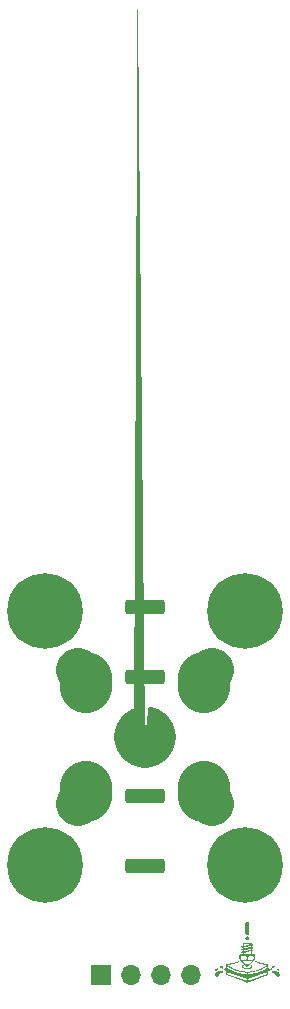
<source format=gbr>
%TF.GenerationSoftware,KiCad,Pcbnew,7.0.7*%
%TF.CreationDate,2023-09-04T20:44:38-04:00*%
%TF.ProjectId,minimal,6d696e69-6d61-46c2-9e6b-696361645f70,rev?*%
%TF.SameCoordinates,Original*%
%TF.FileFunction,Soldermask,Top*%
%TF.FilePolarity,Negative*%
%FSLAX46Y46*%
G04 Gerber Fmt 4.6, Leading zero omitted, Abs format (unit mm)*
G04 Created by KiCad (PCBNEW 7.0.7) date 2023-09-04 20:44:38*
%MOMM*%
%LPD*%
G01*
G04 APERTURE LIST*
G04 Aperture macros list*
%AMRoundRect*
0 Rectangle with rounded corners*
0 $1 Rounding radius*
0 $2 $3 $4 $5 $6 $7 $8 $9 X,Y pos of 4 corners*
0 Add a 4 corners polygon primitive as box body*
4,1,4,$2,$3,$4,$5,$6,$7,$8,$9,$2,$3,0*
0 Add four circle primitives for the rounded corners*
1,1,$1+$1,$2,$3*
1,1,$1+$1,$4,$5*
1,1,$1+$1,$6,$7*
1,1,$1+$1,$8,$9*
0 Add four rect primitives between the rounded corners*
20,1,$1+$1,$2,$3,$4,$5,0*
20,1,$1+$1,$4,$5,$6,$7,0*
20,1,$1+$1,$6,$7,$8,$9,0*
20,1,$1+$1,$8,$9,$2,$3,0*%
%AMFreePoly0*
4,1,45,0.263282,1.831170,0.521205,1.775062,0.768518,1.682819,1.000186,1.556319,1.211492,1.398137,1.398137,1.211492,1.556319,1.000186,1.682819,0.768518,1.775062,0.521205,1.831170,0.263282,1.850000,0.000000,1.831170,-0.263282,1.775062,-0.521205,1.682819,-0.768518,1.556319,-1.000186,1.398137,-1.211492,1.211492,-1.398137,1.000186,-1.556319,0.768518,-1.682819,0.521205,-1.775062,
0.263282,-1.831170,0.000000,-1.850000,-0.263282,-1.831170,-0.521205,-1.775062,-0.768518,-1.682819,-1.000186,-1.556319,-1.211492,-1.398137,-1.398137,-1.211492,-1.556319,-1.000186,-1.682819,-0.768518,-1.775062,-0.521205,-1.831170,-0.263282,-1.850000,0.000000,-1.831170,0.263282,-1.775062,0.521205,-1.682819,0.768518,-1.556319,1.000186,-1.398137,1.211492,-1.211492,1.398137,-1.000186,1.556319,
-0.768518,1.682819,-0.521205,1.775062,-0.263282,1.831170,0.000000,1.850000,0.263282,1.831170,0.263282,1.831170,$1*%
%AMFreePoly1*
4,1,49,0.287158,2.181179,0.569402,2.125037,0.841904,2.032535,1.100000,1.905256,1.339275,1.745377,1.555635,1.555635,1.745377,1.339275,1.905256,1.100000,2.032535,0.841904,2.125037,0.569402,2.181179,0.287158,2.200000,0.000000,2.181179,-0.287158,2.125037,-0.569402,2.032535,-0.841904,1.905256,-1.100000,1.745377,-1.339275,1.555635,-1.555635,1.339275,-1.745377,1.100000,-1.905256,
0.841904,-2.032535,0.569402,-2.125037,0.287158,-2.181179,0.000000,-2.200000,-0.287158,-2.181179,-0.569402,-2.125037,-0.841904,-2.032535,-1.100000,-1.905256,-1.339275,-1.745377,-1.555635,-1.555635,-1.745377,-1.339275,-1.905256,-1.100000,-2.032535,-0.841904,-2.125037,-0.569402,-2.181179,-0.287158,-2.200000,0.000000,-2.181179,0.287158,-2.125037,0.569402,-2.032535,0.841904,-1.905256,1.100000,
-1.745377,1.339275,-1.555635,1.555635,-1.339275,1.745377,-1.100000,1.905256,-0.841904,2.032535,-0.569402,2.125037,-0.287158,2.181179,0.000000,2.200000,0.287158,2.181179,0.287158,2.181179,$1*%
%AMFreePoly2*
4,1,53,0.313395,2.581043,0.622221,2.524449,0.921973,2.431042,1.208280,2.302186,1.476968,2.139758,1.724119,1.946128,1.946128,1.724119,2.139758,1.476968,2.302186,1.208280,2.431042,0.921973,2.524449,0.622221,2.581043,0.313395,2.600000,0.000000,2.581043,-0.313395,2.524449,-0.622221,2.431042,-0.921973,2.302186,-1.208280,2.139758,-1.476968,1.946128,-1.724119,1.724119,-1.946128,
1.476968,-2.139758,1.208280,-2.302186,0.921973,-2.431042,0.622221,-2.524449,0.313395,-2.581043,0.000000,-2.600000,-0.313395,-2.581043,-0.622221,-2.524449,-0.921973,-2.431042,-1.208280,-2.302186,-1.476968,-2.139758,-1.724119,-1.946128,-1.946128,-1.724119,-2.139758,-1.476968,-2.302186,-1.208280,-2.431042,-0.921973,-2.524449,-0.622221,-2.581043,-0.313395,-2.600000,0.000000,-2.581043,0.313395,
-2.524449,0.622221,-2.431042,0.921973,-2.302186,1.208280,-2.139758,1.476968,-1.946128,1.724119,-1.724119,1.946128,-1.476968,2.139758,-1.208280,2.302186,-0.921973,2.431042,-0.622221,2.524449,-0.313395,2.581043,0.000000,2.600000,0.313395,2.581043,0.313395,2.581043,$1*%
G04 Aperture macros list end*
%ADD10C,0.000000*%
%ADD11R,1.700000X1.700000*%
%ADD12O,1.700000X1.700000*%
%ADD13RoundRect,0.250000X1.425000X-0.362500X1.425000X0.362500X-1.425000X0.362500X-1.425000X-0.362500X0*%
%ADD14C,0.800000*%
%ADD15C,6.400000*%
%ADD16FreePoly0,0.000000*%
%ADD17FreePoly1,0.000000*%
%ADD18FreePoly2,0.000000*%
G04 APERTURE END LIST*
D10*
G36*
X20959162Y-31573321D02*
G01*
X20961633Y-31573503D01*
X20964089Y-31573801D01*
X20966522Y-31574211D01*
X20968924Y-31574730D01*
X20971286Y-31575353D01*
X20973603Y-31576077D01*
X20975865Y-31576898D01*
X20978065Y-31577812D01*
X20980195Y-31578815D01*
X20982248Y-31579904D01*
X20984216Y-31581074D01*
X20986090Y-31582321D01*
X20987864Y-31583642D01*
X20989530Y-31585033D01*
X20991079Y-31586489D01*
X21033412Y-31628823D01*
X21034868Y-31630372D01*
X21036259Y-31632037D01*
X21037580Y-31633811D01*
X21038827Y-31635685D01*
X21039997Y-31637653D01*
X21041085Y-31639706D01*
X21042089Y-31641836D01*
X21043003Y-31644036D01*
X21043824Y-31646298D01*
X21044548Y-31648615D01*
X21045171Y-31650977D01*
X21045690Y-31653379D01*
X21046100Y-31655812D01*
X21046398Y-31658268D01*
X21046579Y-31660739D01*
X21046641Y-31663218D01*
X21046641Y-31679093D01*
X21115433Y-31700260D01*
X21118130Y-31701065D01*
X21120763Y-31701991D01*
X21123330Y-31703033D01*
X21125830Y-31704187D01*
X21128260Y-31705450D01*
X21130618Y-31706818D01*
X21132902Y-31708286D01*
X21135111Y-31709851D01*
X21137242Y-31711509D01*
X21139294Y-31713256D01*
X21141265Y-31715089D01*
X21143152Y-31717003D01*
X21146668Y-31721060D01*
X21149828Y-31725395D01*
X21152616Y-31729979D01*
X21155017Y-31734780D01*
X21157014Y-31739767D01*
X21158593Y-31744908D01*
X21159737Y-31750174D01*
X21160432Y-31755533D01*
X21160606Y-31758238D01*
X21160662Y-31760954D01*
X21160598Y-31763678D01*
X21160412Y-31766406D01*
X21160342Y-31769118D01*
X21160137Y-31771797D01*
X21159799Y-31774441D01*
X21159332Y-31777046D01*
X21158738Y-31779610D01*
X21158022Y-31782131D01*
X21157187Y-31784607D01*
X21156236Y-31787035D01*
X21155173Y-31789412D01*
X21154000Y-31791737D01*
X21152722Y-31794006D01*
X21151342Y-31796218D01*
X21149863Y-31798369D01*
X21148289Y-31800458D01*
X21146622Y-31802482D01*
X21144867Y-31804439D01*
X21143027Y-31806326D01*
X21141104Y-31808141D01*
X21139104Y-31809881D01*
X21137028Y-31811545D01*
X21134880Y-31813128D01*
X21132664Y-31814630D01*
X21130384Y-31816048D01*
X21128041Y-31817379D01*
X21125641Y-31818621D01*
X21123186Y-31819771D01*
X21120679Y-31820827D01*
X21118124Y-31821787D01*
X21115525Y-31822648D01*
X21112885Y-31823408D01*
X21110207Y-31824064D01*
X21107495Y-31824614D01*
X21046641Y-31835197D01*
X21046641Y-31911927D01*
X21115433Y-31933093D01*
X21118130Y-31933899D01*
X21120763Y-31934824D01*
X21123330Y-31935866D01*
X21125830Y-31937021D01*
X21128260Y-31938284D01*
X21130618Y-31939651D01*
X21132902Y-31941119D01*
X21135111Y-31942685D01*
X21137242Y-31944343D01*
X21139294Y-31946090D01*
X21141265Y-31947923D01*
X21143152Y-31949837D01*
X21146668Y-31953893D01*
X21149828Y-31958229D01*
X21152616Y-31962813D01*
X21155017Y-31967613D01*
X21157014Y-31972600D01*
X21158593Y-31977742D01*
X21159737Y-31983008D01*
X21160432Y-31988366D01*
X21160606Y-31991071D01*
X21160662Y-31993787D01*
X21160598Y-31996511D01*
X21160412Y-31999239D01*
X21160342Y-32001952D01*
X21160137Y-32004631D01*
X21159799Y-32007274D01*
X21159332Y-32009879D01*
X21158738Y-32012444D01*
X21158022Y-32014965D01*
X21157187Y-32017440D01*
X21156236Y-32019868D01*
X21155173Y-32022246D01*
X21154000Y-32024570D01*
X21152722Y-32026839D01*
X21151342Y-32029051D01*
X21149863Y-32031203D01*
X21148289Y-32033292D01*
X21146622Y-32035316D01*
X21144867Y-32037273D01*
X21143027Y-32039160D01*
X21141104Y-32040975D01*
X21139104Y-32042715D01*
X21137028Y-32044378D01*
X21134880Y-32045962D01*
X21132664Y-32047464D01*
X21130384Y-32048882D01*
X21128041Y-32050213D01*
X21125641Y-32051455D01*
X21123186Y-32052605D01*
X21120679Y-32053661D01*
X21118124Y-32054621D01*
X21115525Y-32055482D01*
X21112885Y-32056242D01*
X21110207Y-32056898D01*
X21107495Y-32057448D01*
X21046641Y-32068031D01*
X21046641Y-32144760D01*
X21115433Y-32165927D01*
X21118130Y-32166732D01*
X21120763Y-32167658D01*
X21123330Y-32168700D01*
X21125830Y-32169854D01*
X21128260Y-32171117D01*
X21130618Y-32172484D01*
X21132902Y-32173953D01*
X21135111Y-32175518D01*
X21137242Y-32177176D01*
X21139294Y-32178923D01*
X21141265Y-32180756D01*
X21143152Y-32182670D01*
X21146668Y-32186726D01*
X21149828Y-32191062D01*
X21152616Y-32195646D01*
X21155017Y-32200446D01*
X21157014Y-32205433D01*
X21158593Y-32210575D01*
X21159737Y-32215841D01*
X21160432Y-32221200D01*
X21160606Y-32223904D01*
X21160662Y-32226621D01*
X21160598Y-32229345D01*
X21160412Y-32232073D01*
X21160342Y-32234785D01*
X21160137Y-32237464D01*
X21159799Y-32240108D01*
X21159332Y-32242713D01*
X21158738Y-32245277D01*
X21158022Y-32247798D01*
X21157187Y-32250274D01*
X21156236Y-32252702D01*
X21155173Y-32255079D01*
X21154000Y-32257403D01*
X21152722Y-32259673D01*
X21151342Y-32261884D01*
X21149863Y-32264036D01*
X21148289Y-32266125D01*
X21146622Y-32268149D01*
X21144867Y-32270106D01*
X21143027Y-32271993D01*
X21141104Y-32273808D01*
X21139104Y-32275548D01*
X21137028Y-32277211D01*
X21134880Y-32278795D01*
X21132664Y-32280297D01*
X21130384Y-32281715D01*
X21128041Y-32283046D01*
X21125641Y-32284287D01*
X21123186Y-32285438D01*
X21120679Y-32286494D01*
X21118124Y-32287454D01*
X21115525Y-32288315D01*
X21112885Y-32289074D01*
X21110207Y-32289731D01*
X21107495Y-32290281D01*
X21046641Y-32300864D01*
X21046641Y-32515176D01*
X21200099Y-32515176D01*
X21205764Y-32515315D01*
X21211346Y-32515726D01*
X21216837Y-32516404D01*
X21222232Y-32517342D01*
X21227524Y-32518533D01*
X21232707Y-32519973D01*
X21237775Y-32521653D01*
X21242722Y-32523569D01*
X21247540Y-32525713D01*
X21252224Y-32528079D01*
X21256768Y-32530662D01*
X21261165Y-32533454D01*
X21265409Y-32536450D01*
X21269493Y-32539643D01*
X21273412Y-32543027D01*
X21277159Y-32546596D01*
X21280727Y-32550343D01*
X21284111Y-32554261D01*
X21287304Y-32558346D01*
X21290300Y-32562590D01*
X21293093Y-32566987D01*
X21295675Y-32571530D01*
X21298042Y-32576214D01*
X21300186Y-32581033D01*
X21302102Y-32585979D01*
X21303782Y-32591047D01*
X21305221Y-32596230D01*
X21306413Y-32601523D01*
X21307351Y-32606917D01*
X21308029Y-32612409D01*
X21308440Y-32617990D01*
X21308578Y-32623656D01*
X21308578Y-32938510D01*
X21308392Y-32946940D01*
X21307834Y-32955351D01*
X21306904Y-32963723D01*
X21305602Y-32972037D01*
X21303927Y-32980274D01*
X21301881Y-32988413D01*
X21299463Y-32996437D01*
X21296672Y-33004325D01*
X21293509Y-33012057D01*
X21289975Y-33019616D01*
X21286068Y-33026980D01*
X21281789Y-33034132D01*
X21277138Y-33041050D01*
X21272115Y-33047717D01*
X21266720Y-33054113D01*
X21260953Y-33060218D01*
X20721203Y-33637010D01*
X20719654Y-33638932D01*
X20717989Y-33640730D01*
X20716215Y-33642405D01*
X20714341Y-33643955D01*
X20712373Y-33645381D01*
X20710320Y-33646683D01*
X20708190Y-33647862D01*
X20705990Y-33648916D01*
X20703728Y-33649846D01*
X20701411Y-33650652D01*
X20699049Y-33651334D01*
X20696647Y-33651892D01*
X20694214Y-33652327D01*
X20691758Y-33652637D01*
X20689287Y-33652823D01*
X20686808Y-33652885D01*
X20618017Y-33652885D01*
X20615537Y-33652823D01*
X20613066Y-33652637D01*
X20610610Y-33652327D01*
X20608178Y-33651893D01*
X20605776Y-33651334D01*
X20603413Y-33650652D01*
X20601097Y-33649846D01*
X20598835Y-33648916D01*
X20596634Y-33647862D01*
X20594504Y-33646684D01*
X20592451Y-33645381D01*
X20590484Y-33643955D01*
X20588609Y-33642405D01*
X20586835Y-33640731D01*
X20585170Y-33638932D01*
X20584380Y-33637986D01*
X20583621Y-33637010D01*
X20093718Y-33121072D01*
X20231725Y-33121072D01*
X20509538Y-33417405D01*
X20652413Y-33414760D01*
X20795288Y-33417405D01*
X21073101Y-33121072D01*
X21047221Y-33124958D01*
X21034126Y-33126746D01*
X21020846Y-33128348D01*
X21007317Y-33129702D01*
X20993478Y-33130746D01*
X20979266Y-33131418D01*
X20964621Y-33131655D01*
X20937686Y-33131024D01*
X20911488Y-33129211D01*
X20886080Y-33126336D01*
X20861516Y-33122519D01*
X20837853Y-33117881D01*
X20815142Y-33112540D01*
X20793439Y-33106619D01*
X20772798Y-33100236D01*
X20753274Y-33093513D01*
X20734920Y-33086568D01*
X20717790Y-33079523D01*
X20701940Y-33072497D01*
X20687423Y-33065610D01*
X20674293Y-33058983D01*
X20652413Y-33046989D01*
X20629665Y-33058983D01*
X20601398Y-33072497D01*
X20568046Y-33086568D01*
X20549599Y-33093513D01*
X20530043Y-33100236D01*
X20509433Y-33106619D01*
X20487823Y-33112540D01*
X20465268Y-33117881D01*
X20441821Y-33122519D01*
X20417537Y-33126336D01*
X20392470Y-33129211D01*
X20366674Y-33131024D01*
X20340205Y-33131655D01*
X20325560Y-33131526D01*
X20311349Y-33131118D01*
X20297510Y-33130400D01*
X20283981Y-33129340D01*
X20270700Y-33127909D01*
X20257605Y-33126074D01*
X20244634Y-33123806D01*
X20231725Y-33121072D01*
X20093718Y-33121072D01*
X20035935Y-33060218D01*
X20030604Y-33054113D01*
X20025532Y-33047718D01*
X20020732Y-33041051D01*
X20016215Y-33034132D01*
X20011992Y-33026981D01*
X20008076Y-33019616D01*
X20004477Y-33012058D01*
X20001208Y-33004325D01*
X19998280Y-32996437D01*
X19995704Y-32988414D01*
X19993493Y-32980274D01*
X19991658Y-32972038D01*
X19990211Y-32963723D01*
X19989162Y-32955351D01*
X19988525Y-32946940D01*
X19988310Y-32938510D01*
X19988310Y-32935864D01*
X20094142Y-32935864D01*
X20094172Y-32937352D01*
X20094261Y-32938841D01*
X20094403Y-32940329D01*
X20094597Y-32941817D01*
X20094836Y-32943305D01*
X20095118Y-32944794D01*
X20095439Y-32946282D01*
X20095795Y-32947770D01*
X20096596Y-32950747D01*
X20097490Y-32953723D01*
X20099433Y-32959676D01*
X20111303Y-32968177D01*
X20128910Y-32979066D01*
X20139796Y-32985066D01*
X20152035Y-32991256D01*
X20165599Y-32997501D01*
X20180462Y-33003664D01*
X20196596Y-33009610D01*
X20213974Y-33015203D01*
X20232569Y-33020308D01*
X20252354Y-33024789D01*
X20273302Y-33028510D01*
X20295385Y-33031336D01*
X20318577Y-33033131D01*
X20342850Y-33033760D01*
X20364947Y-33033219D01*
X20386553Y-33031667D01*
X20407608Y-33029208D01*
X20428054Y-33025946D01*
X20447834Y-33021987D01*
X20466889Y-33017435D01*
X20485161Y-33012395D01*
X20502592Y-33006971D01*
X20519124Y-33001268D01*
X20534699Y-32995390D01*
X20549258Y-32989443D01*
X20562744Y-32983530D01*
X20575097Y-32977757D01*
X20586262Y-32972229D01*
X20599839Y-32964968D01*
X20700038Y-32964968D01*
X20717804Y-32974875D01*
X20740965Y-32986176D01*
X20768964Y-32998036D01*
X20784602Y-33003914D01*
X20801241Y-33009617D01*
X20818809Y-33015041D01*
X20837238Y-33020081D01*
X20856458Y-33024633D01*
X20876399Y-33028592D01*
X20896991Y-33031854D01*
X20918164Y-33034313D01*
X20939848Y-33035865D01*
X20961975Y-33036406D01*
X20974245Y-33036238D01*
X20986248Y-33035748D01*
X20997981Y-33034954D01*
X21009440Y-33033874D01*
X21020622Y-33032526D01*
X21031523Y-33030929D01*
X21042141Y-33029102D01*
X21052471Y-33027063D01*
X21062510Y-33024829D01*
X21072256Y-33022421D01*
X21090851Y-33017151D01*
X21108229Y-33011401D01*
X21124363Y-33005317D01*
X21139226Y-32999048D01*
X21152790Y-32992739D01*
X21165029Y-32986539D01*
X21175916Y-32980595D01*
X21185422Y-32975054D01*
X21193522Y-32970064D01*
X21205392Y-32962322D01*
X21207335Y-32956369D01*
X21208229Y-32953393D01*
X21209030Y-32950416D01*
X21209386Y-32948928D01*
X21209707Y-32947439D01*
X21209989Y-32945951D01*
X21210229Y-32944463D01*
X21210422Y-32942975D01*
X21210565Y-32941486D01*
X21210653Y-32939998D01*
X21210684Y-32938510D01*
X21210684Y-32763885D01*
X21194354Y-32753984D01*
X21173311Y-32742718D01*
X21161100Y-32736845D01*
X21147804Y-32730957D01*
X21133453Y-32725161D01*
X21118079Y-32719567D01*
X21101714Y-32714283D01*
X21084386Y-32709418D01*
X21066129Y-32705080D01*
X21046973Y-32701377D01*
X21026948Y-32698419D01*
X21006086Y-32696313D01*
X20984418Y-32695168D01*
X20961975Y-32695093D01*
X20939877Y-32695634D01*
X20918272Y-32697186D01*
X20897217Y-32699645D01*
X20876771Y-32702907D01*
X20856991Y-32706866D01*
X20837936Y-32711418D01*
X20819664Y-32716458D01*
X20802233Y-32721882D01*
X20785701Y-32727586D01*
X20770126Y-32733463D01*
X20755567Y-32739410D01*
X20742082Y-32745323D01*
X20729728Y-32751096D01*
X20718564Y-32756624D01*
X20700038Y-32766531D01*
X20700038Y-32964968D01*
X20599839Y-32964968D01*
X20604788Y-32962322D01*
X20604788Y-32763885D01*
X20587021Y-32753978D01*
X20563860Y-32742677D01*
X20535862Y-32730817D01*
X20520223Y-32724940D01*
X20503585Y-32719236D01*
X20486016Y-32713812D01*
X20467587Y-32708772D01*
X20448367Y-32704220D01*
X20428426Y-32700261D01*
X20407835Y-32696999D01*
X20386661Y-32694540D01*
X20364977Y-32692988D01*
X20342850Y-32692447D01*
X20331766Y-32692585D01*
X20320843Y-32692988D01*
X20299499Y-32694540D01*
X20278860Y-32696999D01*
X20258969Y-32700261D01*
X20239869Y-32704220D01*
X20221602Y-32708772D01*
X20204211Y-32713812D01*
X20187738Y-32719236D01*
X20172227Y-32724940D01*
X20157719Y-32730817D01*
X20144258Y-32736764D01*
X20131886Y-32742677D01*
X20120646Y-32748450D01*
X20110580Y-32753978D01*
X20101731Y-32759158D01*
X20094142Y-32763885D01*
X20094142Y-32935864D01*
X19988310Y-32935864D01*
X19988310Y-32623656D01*
X20094142Y-32623656D01*
X20096788Y-32623656D01*
X20096788Y-32652760D01*
X20108188Y-32646817D01*
X20120518Y-32640936D01*
X20133716Y-32635180D01*
X20147720Y-32629609D01*
X20162469Y-32624286D01*
X20177899Y-32619274D01*
X20193950Y-32614633D01*
X20210559Y-32610427D01*
X20475142Y-32610427D01*
X20490271Y-32614048D01*
X20504897Y-32617940D01*
X20519011Y-32622065D01*
X20532606Y-32626384D01*
X20545674Y-32630858D01*
X20558207Y-32635448D01*
X20570197Y-32640116D01*
X20581637Y-32644823D01*
X20592519Y-32649529D01*
X20602834Y-32654197D01*
X20621738Y-32663261D01*
X20638284Y-32671705D01*
X20652413Y-32679218D01*
X20666650Y-32671705D01*
X20683460Y-32663261D01*
X20702689Y-32654197D01*
X20724181Y-32644823D01*
X20747782Y-32635448D01*
X20773336Y-32626384D01*
X20786797Y-32622065D01*
X20800688Y-32617940D01*
X20814990Y-32614048D01*
X20829684Y-32610427D01*
X21099558Y-32610427D01*
X21107899Y-32612472D01*
X21116058Y-32614633D01*
X21124039Y-32616903D01*
X21131846Y-32619273D01*
X21146951Y-32624286D01*
X21161404Y-32629609D01*
X21175238Y-32635179D01*
X21188483Y-32640936D01*
X21201170Y-32646817D01*
X21213329Y-32652760D01*
X21213329Y-32623656D01*
X21213314Y-32622919D01*
X21213268Y-32622199D01*
X21213192Y-32621495D01*
X21213086Y-32620808D01*
X21212952Y-32620139D01*
X21212788Y-32619487D01*
X21212597Y-32618854D01*
X21212378Y-32618240D01*
X21212132Y-32617645D01*
X21211860Y-32617070D01*
X21211561Y-32616516D01*
X21211236Y-32615982D01*
X21210887Y-32615469D01*
X21210512Y-32614979D01*
X21210114Y-32614510D01*
X21209691Y-32614065D01*
X21209246Y-32613642D01*
X21208777Y-32613244D01*
X21208287Y-32612869D01*
X21207774Y-32612520D01*
X21207240Y-32612195D01*
X21206686Y-32611896D01*
X21206111Y-32611624D01*
X21205516Y-32611377D01*
X21204902Y-32611159D01*
X21204269Y-32610967D01*
X21203617Y-32610804D01*
X21202948Y-32610669D01*
X21202261Y-32610564D01*
X21201557Y-32610488D01*
X21200837Y-32610442D01*
X21200100Y-32610427D01*
X21099558Y-32610427D01*
X20829684Y-32610427D01*
X20475142Y-32610427D01*
X20210559Y-32610427D01*
X20107371Y-32610427D01*
X20106635Y-32610442D01*
X20105914Y-32610488D01*
X20105211Y-32610564D01*
X20104524Y-32610669D01*
X20103854Y-32610804D01*
X20103203Y-32610967D01*
X20102570Y-32611159D01*
X20101955Y-32611377D01*
X20101361Y-32611623D01*
X20100786Y-32611896D01*
X20100231Y-32612195D01*
X20099697Y-32612519D01*
X20099185Y-32612869D01*
X20098694Y-32613244D01*
X20098226Y-32613642D01*
X20097780Y-32614065D01*
X20097358Y-32614510D01*
X20096959Y-32614979D01*
X20096584Y-32615469D01*
X20096235Y-32615982D01*
X20095910Y-32616515D01*
X20095611Y-32617070D01*
X20095339Y-32617645D01*
X20095093Y-32618240D01*
X20094874Y-32618854D01*
X20094682Y-32619487D01*
X20094519Y-32620139D01*
X20094385Y-32620808D01*
X20094279Y-32621495D01*
X20094203Y-32622199D01*
X20094157Y-32622919D01*
X20094142Y-32623656D01*
X19988310Y-32623656D01*
X19988448Y-32618223D01*
X19988859Y-32612845D01*
X19989537Y-32607529D01*
X19990475Y-32602282D01*
X19991667Y-32597113D01*
X19993106Y-32592030D01*
X19994786Y-32587039D01*
X19996702Y-32582149D01*
X19998846Y-32577368D01*
X20001213Y-32572703D01*
X20003795Y-32568162D01*
X20006588Y-32563752D01*
X20009583Y-32559483D01*
X20012777Y-32555360D01*
X20016160Y-32551393D01*
X20019729Y-32547588D01*
X20023476Y-32543954D01*
X20027394Y-32540498D01*
X20031479Y-32537228D01*
X20035723Y-32534152D01*
X20040120Y-32531278D01*
X20044663Y-32528612D01*
X20049348Y-32526164D01*
X20054166Y-32523941D01*
X20059112Y-32521950D01*
X20064180Y-32520199D01*
X20069364Y-32518697D01*
X20074656Y-32517450D01*
X20080051Y-32516467D01*
X20085542Y-32515755D01*
X20091123Y-32515322D01*
X20096789Y-32515176D01*
X20250247Y-32515176D01*
X20353434Y-32515176D01*
X20948746Y-32515176D01*
X20948746Y-32316739D01*
X20353434Y-32409343D01*
X20353434Y-32515176D01*
X20250247Y-32515176D01*
X20250247Y-32446385D01*
X20184101Y-32430510D01*
X20181404Y-32429712D01*
X20178770Y-32428808D01*
X20176201Y-32427800D01*
X20173698Y-32426691D01*
X20171264Y-32425483D01*
X20168898Y-32424179D01*
X20164381Y-32421291D01*
X20160159Y-32418046D01*
X20156242Y-32414464D01*
X20152643Y-32410565D01*
X20149374Y-32406367D01*
X20146446Y-32401889D01*
X20143871Y-32397153D01*
X20141660Y-32392176D01*
X20139824Y-32386978D01*
X20138377Y-32381578D01*
X20137328Y-32375996D01*
X20136691Y-32370252D01*
X20136476Y-32364364D01*
X20136785Y-32361411D01*
X20137216Y-32358506D01*
X20137765Y-32355652D01*
X20138429Y-32352850D01*
X20139206Y-32350103D01*
X20140092Y-32347412D01*
X20141085Y-32344778D01*
X20142181Y-32342205D01*
X20143378Y-32339694D01*
X20144673Y-32337247D01*
X20146063Y-32334866D01*
X20147545Y-32332552D01*
X20149116Y-32330308D01*
X20150773Y-32328136D01*
X20152514Y-32326038D01*
X20154335Y-32324015D01*
X20156234Y-32322070D01*
X20158207Y-32320204D01*
X20160252Y-32318420D01*
X20162366Y-32316719D01*
X20164545Y-32315103D01*
X20166788Y-32313574D01*
X20169091Y-32312134D01*
X20171450Y-32310786D01*
X20173865Y-32309531D01*
X20176330Y-32308370D01*
X20178844Y-32307307D01*
X20181403Y-32306342D01*
X20184005Y-32305478D01*
X20186647Y-32304717D01*
X20189326Y-32304060D01*
X20192038Y-32303510D01*
X20252892Y-32292926D01*
X20252892Y-32277052D01*
X20353434Y-32277052D01*
X20948746Y-32184447D01*
X20948746Y-32083906D01*
X20353434Y-32176510D01*
X20353434Y-32277052D01*
X20252892Y-32277052D01*
X20252892Y-32213552D01*
X20186746Y-32197677D01*
X20184049Y-32196879D01*
X20181415Y-32195975D01*
X20178846Y-32194967D01*
X20176343Y-32193858D01*
X20173909Y-32192650D01*
X20171543Y-32191346D01*
X20167026Y-32188458D01*
X20162804Y-32185213D01*
X20158887Y-32181631D01*
X20155288Y-32177732D01*
X20152019Y-32173534D01*
X20149091Y-32169056D01*
X20146516Y-32164320D01*
X20144305Y-32159343D01*
X20142469Y-32154145D01*
X20141022Y-32148745D01*
X20139974Y-32143163D01*
X20139336Y-32137419D01*
X20139121Y-32131531D01*
X20139430Y-32128578D01*
X20139861Y-32125673D01*
X20140410Y-32122819D01*
X20141074Y-32120018D01*
X20141851Y-32117270D01*
X20142737Y-32114579D01*
X20143730Y-32111945D01*
X20144826Y-32109372D01*
X20146023Y-32106861D01*
X20147318Y-32104414D01*
X20148708Y-32102033D01*
X20150190Y-32099719D01*
X20151761Y-32097475D01*
X20153419Y-32095303D01*
X20155159Y-32093205D01*
X20156980Y-32091182D01*
X20158879Y-32089237D01*
X20160852Y-32087371D01*
X20162897Y-32085587D01*
X20165011Y-32083885D01*
X20167191Y-32082270D01*
X20169433Y-32080741D01*
X20171736Y-32079301D01*
X20174096Y-32077953D01*
X20176510Y-32076698D01*
X20178975Y-32075537D01*
X20181489Y-32074474D01*
X20184048Y-32073509D01*
X20186650Y-32072645D01*
X20189292Y-32071884D01*
X20191971Y-32071227D01*
X20194683Y-32070677D01*
X20255538Y-32060093D01*
X20255538Y-32044218D01*
X20353434Y-32044218D01*
X20948746Y-31951614D01*
X20948746Y-31851072D01*
X20353434Y-31943677D01*
X20353434Y-32044218D01*
X20255538Y-32044218D01*
X20255538Y-31980718D01*
X20189392Y-31964843D01*
X20186695Y-31964045D01*
X20184061Y-31963141D01*
X20181492Y-31962134D01*
X20178989Y-31961025D01*
X20176555Y-31959817D01*
X20174189Y-31958513D01*
X20169672Y-31955624D01*
X20165449Y-31952380D01*
X20161533Y-31948798D01*
X20157934Y-31944899D01*
X20154665Y-31940700D01*
X20151737Y-31936223D01*
X20149162Y-31931487D01*
X20146951Y-31926510D01*
X20145115Y-31921311D01*
X20143668Y-31915912D01*
X20142619Y-31910330D01*
X20141982Y-31904586D01*
X20141767Y-31898698D01*
X20142076Y-31895745D01*
X20142507Y-31892840D01*
X20143056Y-31889986D01*
X20143720Y-31887184D01*
X20144497Y-31884437D01*
X20145383Y-31881745D01*
X20146376Y-31879112D01*
X20147472Y-31876539D01*
X20148669Y-31874028D01*
X20149964Y-31871581D01*
X20151354Y-31869199D01*
X20152836Y-31866886D01*
X20154407Y-31864642D01*
X20156065Y-31862470D01*
X20157805Y-31860372D01*
X20159626Y-31858349D01*
X20161525Y-31856404D01*
X20163498Y-31854538D01*
X20165543Y-31852753D01*
X20167657Y-31851052D01*
X20169837Y-31849436D01*
X20172079Y-31847908D01*
X20174382Y-31846468D01*
X20176742Y-31845120D01*
X20179156Y-31843864D01*
X20181621Y-31842704D01*
X20184135Y-31841640D01*
X20186694Y-31840676D01*
X20189296Y-31839812D01*
X20191938Y-31839050D01*
X20194617Y-31838394D01*
X20197329Y-31837844D01*
X20258184Y-31827260D01*
X20258184Y-31811385D01*
X20350787Y-31811385D01*
X20946100Y-31718781D01*
X20946100Y-31684385D01*
X20932871Y-31671156D01*
X20366663Y-31671156D01*
X20353434Y-31684385D01*
X20350787Y-31684385D01*
X20350787Y-31811385D01*
X20258184Y-31811385D01*
X20258184Y-31663218D01*
X20258245Y-31660739D01*
X20258427Y-31658268D01*
X20258724Y-31655812D01*
X20259134Y-31653379D01*
X20259653Y-31650978D01*
X20260276Y-31648615D01*
X20261001Y-31646298D01*
X20261821Y-31644036D01*
X20262735Y-31641836D01*
X20263739Y-31639706D01*
X20264827Y-31637653D01*
X20265997Y-31635685D01*
X20267244Y-31633811D01*
X20268565Y-31632037D01*
X20269956Y-31630372D01*
X20271413Y-31628823D01*
X20313746Y-31586489D01*
X20315295Y-31585033D01*
X20316960Y-31583642D01*
X20318734Y-31582321D01*
X20320608Y-31581074D01*
X20322576Y-31579904D01*
X20324629Y-31578815D01*
X20326759Y-31577812D01*
X20328959Y-31576898D01*
X20331221Y-31576077D01*
X20333538Y-31575353D01*
X20335901Y-31574730D01*
X20338302Y-31574211D01*
X20340735Y-31573801D01*
X20343191Y-31573503D01*
X20345662Y-31573321D01*
X20348141Y-31573260D01*
X20956683Y-31573260D01*
X20959162Y-31573321D01*
G37*
G36*
X18378882Y-33968752D02*
G01*
X18404141Y-33970399D01*
X18428777Y-33972827D01*
X18452716Y-33975940D01*
X18475884Y-33979645D01*
X18519612Y-33988448D01*
X18559367Y-33998476D01*
X18594557Y-34008969D01*
X18624588Y-34019167D01*
X18666803Y-34035642D01*
X18681267Y-34041822D01*
X18638292Y-34056574D01*
X18598565Y-34071069D01*
X18561939Y-34085313D01*
X18528268Y-34099312D01*
X18497406Y-34113073D01*
X18469204Y-34126602D01*
X18443517Y-34139905D01*
X18420198Y-34152989D01*
X18399099Y-34165859D01*
X18380074Y-34178523D01*
X18362977Y-34190986D01*
X18347659Y-34203254D01*
X18333976Y-34215335D01*
X18321779Y-34227234D01*
X18310923Y-34238958D01*
X18301259Y-34250512D01*
X18292642Y-34261904D01*
X18284925Y-34273140D01*
X18277960Y-34284225D01*
X18271602Y-34295166D01*
X18249293Y-34337618D01*
X18237959Y-34358145D01*
X18231733Y-34368255D01*
X18224938Y-34378272D01*
X18217429Y-34388202D01*
X18209057Y-34398051D01*
X18199677Y-34407825D01*
X18189142Y-34417531D01*
X18168390Y-34433709D01*
X18147862Y-34446624D01*
X18127641Y-34456421D01*
X18107814Y-34463249D01*
X18088463Y-34467253D01*
X18069673Y-34468580D01*
X18051528Y-34467377D01*
X18034113Y-34463791D01*
X18017512Y-34457969D01*
X18001809Y-34450058D01*
X17987088Y-34440203D01*
X17973434Y-34428553D01*
X17960932Y-34415254D01*
X17949664Y-34400452D01*
X17939717Y-34384295D01*
X17931173Y-34366929D01*
X17924118Y-34348501D01*
X17918635Y-34329158D01*
X17914810Y-34309047D01*
X17912725Y-34288314D01*
X17912466Y-34267106D01*
X17914116Y-34245570D01*
X17917761Y-34223853D01*
X17923484Y-34202102D01*
X17931370Y-34180463D01*
X17941502Y-34159083D01*
X17953966Y-34138109D01*
X17968845Y-34117688D01*
X17986225Y-34097967D01*
X18006188Y-34079092D01*
X18028820Y-34061210D01*
X18054204Y-34044468D01*
X18081152Y-34029337D01*
X18108366Y-34016126D01*
X18135773Y-34004741D01*
X18163299Y-33995086D01*
X18190869Y-33987067D01*
X18218410Y-33980588D01*
X18245847Y-33975555D01*
X18273106Y-33971873D01*
X18300113Y-33969447D01*
X18326794Y-33968181D01*
X18353075Y-33967981D01*
X18378882Y-33968752D01*
G37*
G36*
X22884612Y-33509657D02*
G01*
X22895254Y-33510856D01*
X22905541Y-33512967D01*
X22915417Y-33515932D01*
X22924823Y-33519691D01*
X22933704Y-33524186D01*
X22942001Y-33529357D01*
X22949658Y-33535145D01*
X22956617Y-33541492D01*
X22962821Y-33548337D01*
X22968213Y-33555622D01*
X22972736Y-33563288D01*
X22976333Y-33571276D01*
X22978947Y-33579526D01*
X22980519Y-33587980D01*
X22980994Y-33596578D01*
X22980314Y-33605262D01*
X22978422Y-33613971D01*
X22975261Y-33622648D01*
X22970773Y-33631232D01*
X22964901Y-33639666D01*
X22957589Y-33647889D01*
X22948778Y-33655843D01*
X22938413Y-33663468D01*
X22932518Y-33667138D01*
X22926726Y-33670256D01*
X22915365Y-33675111D01*
X22904159Y-33678578D01*
X22892938Y-33681203D01*
X22869766Y-33686118D01*
X22857475Y-33689499D01*
X22844486Y-33694226D01*
X22830629Y-33700844D01*
X22823321Y-33705033D01*
X22815733Y-33709899D01*
X22807842Y-33715512D01*
X22799628Y-33721939D01*
X22791069Y-33729249D01*
X22782143Y-33737510D01*
X22772830Y-33746790D01*
X22763108Y-33757158D01*
X22752956Y-33768682D01*
X22742352Y-33781430D01*
X22731276Y-33795471D01*
X22719705Y-33810872D01*
X22707619Y-33827703D01*
X22694996Y-33846031D01*
X22693864Y-33837856D01*
X22691896Y-33815356D01*
X22691266Y-33799683D01*
X22691229Y-33781570D01*
X22692052Y-33761394D01*
X22694004Y-33739536D01*
X22697351Y-33716376D01*
X22702360Y-33692293D01*
X22709300Y-33667668D01*
X22718437Y-33642880D01*
X22723913Y-33630544D01*
X22730039Y-33618309D01*
X22736848Y-33606224D01*
X22744373Y-33594335D01*
X22752648Y-33582691D01*
X22761707Y-33571338D01*
X22771583Y-33560324D01*
X22782309Y-33549697D01*
X22793570Y-33540021D01*
X22804991Y-33531790D01*
X22816515Y-33524944D01*
X22828084Y-33519425D01*
X22839641Y-33515173D01*
X22851130Y-33512130D01*
X22862493Y-33510235D01*
X22873673Y-33509431D01*
X22884612Y-33509657D01*
G37*
G36*
X19951852Y-33080322D02*
G01*
X19954197Y-33080444D01*
X19956540Y-33080678D01*
X19958876Y-33081024D01*
X19961199Y-33081480D01*
X19963504Y-33082046D01*
X19965786Y-33082720D01*
X19968039Y-33083502D01*
X19970259Y-33084390D01*
X19972439Y-33085384D01*
X19974574Y-33086483D01*
X19976660Y-33087685D01*
X19978690Y-33088990D01*
X19980660Y-33090397D01*
X19982564Y-33091904D01*
X19984397Y-33093512D01*
X19986154Y-33095218D01*
X19987828Y-33097022D01*
X19989415Y-33098923D01*
X19990910Y-33100920D01*
X19992307Y-33103011D01*
X19993600Y-33105197D01*
X19994779Y-33107444D01*
X19995834Y-33109719D01*
X19996767Y-33112016D01*
X19997579Y-33114333D01*
X19998271Y-33116666D01*
X19998844Y-33119010D01*
X19999299Y-33121362D01*
X19999636Y-33123718D01*
X19999857Y-33126074D01*
X19999963Y-33128426D01*
X19999954Y-33130770D01*
X19999832Y-33133102D01*
X19999598Y-33135419D01*
X19999252Y-33137717D01*
X19998796Y-33139992D01*
X19998231Y-33142239D01*
X19997556Y-33144455D01*
X19996775Y-33146637D01*
X19995886Y-33148779D01*
X19994892Y-33150879D01*
X19993794Y-33152933D01*
X19992591Y-33154936D01*
X19991286Y-33156885D01*
X19989880Y-33158775D01*
X19988372Y-33160604D01*
X19986765Y-33162367D01*
X19985059Y-33164060D01*
X19983255Y-33165679D01*
X19981354Y-33167221D01*
X19979357Y-33168682D01*
X19977265Y-33170057D01*
X19975079Y-33171343D01*
X19910952Y-33205368D01*
X19844922Y-33237044D01*
X19777504Y-33266442D01*
X19709214Y-33293630D01*
X19640568Y-33318679D01*
X19572081Y-33341658D01*
X19504268Y-33362637D01*
X19437645Y-33381687D01*
X19310030Y-33414274D01*
X19193360Y-33439978D01*
X19091759Y-33459356D01*
X19009350Y-33472968D01*
X19045276Y-33501431D01*
X19092363Y-33534980D01*
X19151853Y-33573241D01*
X19224986Y-33615843D01*
X19313001Y-33662414D01*
X19417139Y-33712581D01*
X19538641Y-33765973D01*
X19678746Y-33822218D01*
X19726917Y-33840238D01*
X19774646Y-33857117D01*
X19868491Y-33887599D01*
X19959717Y-33913956D01*
X20047757Y-33936485D01*
X20132045Y-33955478D01*
X20212016Y-33971232D01*
X20287103Y-33984040D01*
X20356741Y-33994197D01*
X20420363Y-34001997D01*
X20477405Y-34007736D01*
X20527300Y-34011707D01*
X20569482Y-34014206D01*
X20628445Y-34015963D01*
X20649767Y-34015363D01*
X20655059Y-34015363D01*
X20758329Y-34011601D01*
X20853651Y-34003783D01*
X20973220Y-33989236D01*
X21113377Y-33965883D01*
X21190032Y-33950256D01*
X21270463Y-33931648D01*
X21354211Y-33909799D01*
X21440819Y-33884451D01*
X21529830Y-33855344D01*
X21620787Y-33822218D01*
X21693243Y-33794198D01*
X21760893Y-33766733D01*
X21823891Y-33739880D01*
X21882394Y-33713697D01*
X21936556Y-33688243D01*
X21986533Y-33663576D01*
X22032478Y-33639754D01*
X22074548Y-33616835D01*
X22112897Y-33594877D01*
X22147680Y-33573938D01*
X22179053Y-33554077D01*
X22207170Y-33535352D01*
X22232187Y-33517820D01*
X22254258Y-33501540D01*
X22273538Y-33486570D01*
X22290183Y-33472968D01*
X22207775Y-33459356D01*
X22106174Y-33439978D01*
X21989504Y-33414274D01*
X21861889Y-33381687D01*
X21727453Y-33341658D01*
X21658966Y-33318679D01*
X21590319Y-33293630D01*
X21522030Y-33266442D01*
X21454612Y-33237044D01*
X21388582Y-33205368D01*
X21324455Y-33171343D01*
X21322269Y-33170057D01*
X21320177Y-33168682D01*
X21318180Y-33167221D01*
X21316279Y-33165679D01*
X21314475Y-33164060D01*
X21312769Y-33162367D01*
X21311162Y-33160604D01*
X21309654Y-33158775D01*
X21308248Y-33156885D01*
X21306943Y-33154936D01*
X21305740Y-33152933D01*
X21304642Y-33150879D01*
X21303648Y-33148779D01*
X21302759Y-33146637D01*
X21301978Y-33144455D01*
X21301304Y-33142239D01*
X21300738Y-33139992D01*
X21300282Y-33137717D01*
X21299936Y-33135419D01*
X21299702Y-33133102D01*
X21299580Y-33130770D01*
X21299571Y-33128426D01*
X21299677Y-33126074D01*
X21299898Y-33123718D01*
X21300235Y-33121362D01*
X21300690Y-33119010D01*
X21301263Y-33116666D01*
X21301955Y-33114333D01*
X21302767Y-33112016D01*
X21303700Y-33109719D01*
X21304755Y-33107444D01*
X21305934Y-33105197D01*
X21307220Y-33103011D01*
X21308595Y-33100920D01*
X21310056Y-33098923D01*
X21311597Y-33097022D01*
X21313217Y-33095218D01*
X21314910Y-33093512D01*
X21316673Y-33091904D01*
X21318501Y-33090397D01*
X21320392Y-33088990D01*
X21322341Y-33087685D01*
X21324344Y-33086483D01*
X21326397Y-33085384D01*
X21328497Y-33084390D01*
X21330640Y-33083502D01*
X21332821Y-33082720D01*
X21335038Y-33082046D01*
X21337285Y-33081480D01*
X21339559Y-33081024D01*
X21341857Y-33080678D01*
X21344174Y-33080444D01*
X21346507Y-33080322D01*
X21348851Y-33080314D01*
X21351203Y-33080419D01*
X21353559Y-33080641D01*
X21355914Y-33080978D01*
X21358266Y-33081433D01*
X21360611Y-33082005D01*
X21362943Y-33082697D01*
X21365260Y-33083509D01*
X21367558Y-33084443D01*
X21369832Y-33085498D01*
X21372080Y-33086676D01*
X21410798Y-33107554D01*
X21450464Y-33127532D01*
X21532085Y-33164858D01*
X21615838Y-33198780D01*
X21700617Y-33229427D01*
X21785320Y-33256927D01*
X21868840Y-33281408D01*
X21950073Y-33302998D01*
X22027915Y-33321824D01*
X22101261Y-33338015D01*
X22169007Y-33351699D01*
X22283279Y-33372054D01*
X22396017Y-33388301D01*
X22398001Y-33388362D01*
X22399980Y-33388544D01*
X22401953Y-33388842D01*
X22403913Y-33389252D01*
X22405858Y-33389771D01*
X22407784Y-33390394D01*
X22409686Y-33391118D01*
X22411561Y-33391939D01*
X22413405Y-33392853D01*
X22415215Y-33393856D01*
X22416985Y-33394945D01*
X22418713Y-33396114D01*
X22420394Y-33397362D01*
X22422026Y-33398683D01*
X22423602Y-33400073D01*
X22425121Y-33401530D01*
X22426578Y-33403020D01*
X22427968Y-33404517D01*
X22429289Y-33406030D01*
X22430537Y-33407566D01*
X22431706Y-33409133D01*
X22432795Y-33410739D01*
X22433798Y-33412391D01*
X22434712Y-33414098D01*
X22435533Y-33415867D01*
X22436257Y-33417705D01*
X22436880Y-33419621D01*
X22437399Y-33421622D01*
X22437809Y-33423716D01*
X22438107Y-33425911D01*
X22438289Y-33428215D01*
X22438350Y-33430635D01*
X22438350Y-33692572D01*
X22438288Y-33695052D01*
X22438102Y-33697527D01*
X22437792Y-33699996D01*
X22437358Y-33702452D01*
X22436800Y-33704893D01*
X22436118Y-33707315D01*
X22435311Y-33709713D01*
X22434381Y-33712085D01*
X22433327Y-33714425D01*
X22432149Y-33716730D01*
X22430847Y-33718997D01*
X22429420Y-33721221D01*
X22427870Y-33723399D01*
X22426196Y-33725526D01*
X22424397Y-33727599D01*
X22422475Y-33729613D01*
X22421524Y-33730523D01*
X22420382Y-33731567D01*
X22418837Y-33732921D01*
X22416920Y-33734523D01*
X22414662Y-33736311D01*
X22412094Y-33738223D01*
X22410703Y-33739206D01*
X22409246Y-33740197D01*
X22620913Y-33816926D01*
X22620913Y-33912176D01*
X22422475Y-33986260D01*
X22424397Y-33987809D01*
X22426196Y-33989474D01*
X22427870Y-33991248D01*
X22429420Y-33993122D01*
X22430846Y-33995090D01*
X22432149Y-33997143D01*
X22433327Y-33999273D01*
X22434381Y-34001473D01*
X22435311Y-34003735D01*
X22436118Y-34006052D01*
X22436800Y-34008415D01*
X22437358Y-34010816D01*
X22437792Y-34013249D01*
X22438102Y-34015705D01*
X22438288Y-34018177D01*
X22438350Y-34020656D01*
X22438350Y-34290531D01*
X22438311Y-34292267D01*
X22438197Y-34294001D01*
X22438008Y-34295731D01*
X22437745Y-34297455D01*
X22437411Y-34299172D01*
X22437007Y-34300879D01*
X22436534Y-34302574D01*
X22435994Y-34304256D01*
X22435387Y-34305922D01*
X22434716Y-34307571D01*
X22433983Y-34309200D01*
X22433187Y-34310809D01*
X22431418Y-34313953D01*
X22429420Y-34316989D01*
X22427205Y-34319901D01*
X22424785Y-34322673D01*
X22422171Y-34325291D01*
X22419374Y-34327738D01*
X22416407Y-34329999D01*
X22414864Y-34331054D01*
X22413282Y-34332058D01*
X22411663Y-34333007D01*
X22410008Y-34333900D01*
X22408320Y-34334735D01*
X22406600Y-34335510D01*
X20665642Y-34973156D01*
X20664649Y-34973621D01*
X20663657Y-34974029D01*
X20662665Y-34974382D01*
X20661673Y-34974685D01*
X20660681Y-34974942D01*
X20659689Y-34975156D01*
X20658696Y-34975331D01*
X20657704Y-34975471D01*
X20656712Y-34975580D01*
X20655720Y-34975662D01*
X20653736Y-34975760D01*
X20651751Y-34975796D01*
X20649767Y-34975802D01*
X20647782Y-34975796D01*
X20645798Y-34975760D01*
X20643814Y-34975662D01*
X20642822Y-34975580D01*
X20641829Y-34975471D01*
X20640837Y-34975331D01*
X20639845Y-34975156D01*
X20638853Y-34974942D01*
X20637861Y-34974685D01*
X20636869Y-34974382D01*
X20635876Y-34974029D01*
X20634884Y-34973621D01*
X20633892Y-34973156D01*
X20308817Y-34854093D01*
X18892934Y-34335510D01*
X18891213Y-34334975D01*
X18889525Y-34334365D01*
X18887871Y-34333682D01*
X18886252Y-34332926D01*
X18883126Y-34331208D01*
X18880159Y-34329226D01*
X18877363Y-34326996D01*
X18874749Y-34324534D01*
X18872328Y-34321854D01*
X18870113Y-34318973D01*
X18868115Y-34315906D01*
X18866346Y-34312669D01*
X18864817Y-34309276D01*
X18863540Y-34305744D01*
X18862527Y-34302088D01*
X18861788Y-34298324D01*
X18861337Y-34294466D01*
X18861184Y-34290531D01*
X18861184Y-34250843D01*
X18961725Y-34250843D01*
X20604788Y-34854093D01*
X20700038Y-34854093D01*
X22343100Y-34250843D01*
X22343100Y-34084156D01*
X20700038Y-34655656D01*
X20700038Y-34854093D01*
X20604788Y-34854093D01*
X20604788Y-34655656D01*
X18961725Y-34084156D01*
X18961725Y-34250843D01*
X18861184Y-34250843D01*
X18861184Y-34084156D01*
X18861184Y-34020656D01*
X18861246Y-34018177D01*
X18861432Y-34015705D01*
X18861742Y-34013249D01*
X18862176Y-34010817D01*
X18862734Y-34008415D01*
X18863416Y-34006052D01*
X18864222Y-34003736D01*
X18865152Y-34001473D01*
X18866207Y-33999273D01*
X18867385Y-33997143D01*
X18868687Y-33995090D01*
X18870113Y-33993123D01*
X18871664Y-33991248D01*
X18873338Y-33989474D01*
X18875136Y-33987809D01*
X18876082Y-33987020D01*
X18877059Y-33986260D01*
X18678621Y-33917468D01*
X18678621Y-33822218D01*
X18890288Y-33745489D01*
X18888831Y-33744498D01*
X18887441Y-33743515D01*
X18886120Y-33742547D01*
X18884872Y-33741603D01*
X18883702Y-33740689D01*
X18882614Y-33739814D01*
X18881611Y-33738986D01*
X18880697Y-33738212D01*
X18879876Y-33737501D01*
X18879152Y-33736858D01*
X18878010Y-33735815D01*
X18877059Y-33734905D01*
X18875136Y-33732890D01*
X18873338Y-33730817D01*
X18871664Y-33728690D01*
X18870113Y-33726513D01*
X18868687Y-33724289D01*
X18867385Y-33722022D01*
X18866207Y-33719717D01*
X18865152Y-33717377D01*
X18864222Y-33715005D01*
X18863416Y-33712607D01*
X18862734Y-33710185D01*
X18862176Y-33707744D01*
X18861742Y-33705288D01*
X18861432Y-33702819D01*
X18861246Y-33700344D01*
X18861184Y-33697864D01*
X18861184Y-33671406D01*
X18961725Y-33671406D01*
X18993351Y-33696153D01*
X19042588Y-33731474D01*
X19109437Y-33775539D01*
X19193897Y-33826518D01*
X19295968Y-33882581D01*
X19353608Y-33911948D01*
X19415651Y-33941901D01*
X19482096Y-33972210D01*
X19552945Y-34002646D01*
X19628196Y-34032982D01*
X19707850Y-34062989D01*
X19769054Y-34083764D01*
X19832230Y-34103426D01*
X19896809Y-34121980D01*
X19962222Y-34139429D01*
X20093268Y-34171029D01*
X20220811Y-34198257D01*
X20340292Y-34221145D01*
X20447154Y-34239722D01*
X20604788Y-34264072D01*
X20604788Y-34261427D01*
X20700038Y-34261427D01*
X20857630Y-34238565D01*
X20964394Y-34220359D01*
X21083684Y-34197596D01*
X21210911Y-34170243D01*
X21341487Y-34138271D01*
X21470823Y-34101648D01*
X21533592Y-34081583D01*
X21594330Y-34060343D01*
X21674420Y-34030336D01*
X21750000Y-34000000D01*
X21821083Y-33969564D01*
X21887686Y-33939255D01*
X21949825Y-33909303D01*
X22007514Y-33879936D01*
X22060769Y-33851382D01*
X22109606Y-33823872D01*
X22154040Y-33797633D01*
X22194086Y-33772893D01*
X22229761Y-33749882D01*
X22261080Y-33728829D01*
X22310710Y-33693508D01*
X22343100Y-33668760D01*
X22343100Y-33547051D01*
X22301500Y-33579871D01*
X22249421Y-33616628D01*
X22185807Y-33657044D01*
X22109605Y-33700840D01*
X22019760Y-33747737D01*
X21915219Y-33797455D01*
X21794926Y-33849715D01*
X21657829Y-33904239D01*
X21575711Y-33934344D01*
X21495240Y-33961274D01*
X21416699Y-33985205D01*
X21340371Y-34006310D01*
X21266539Y-34024764D01*
X21195486Y-34040742D01*
X21127494Y-34054418D01*
X21062848Y-34065965D01*
X21001829Y-34075560D01*
X20944721Y-34083375D01*
X20843368Y-34094367D01*
X20761052Y-34100335D01*
X20700038Y-34102676D01*
X20700038Y-34261427D01*
X20604788Y-34261427D01*
X20604788Y-34102676D01*
X20543773Y-34100335D01*
X20461458Y-34094367D01*
X20360105Y-34083375D01*
X20241978Y-34065965D01*
X20109340Y-34040742D01*
X20038287Y-34024764D01*
X19964455Y-34006310D01*
X19888127Y-33985205D01*
X19809586Y-33961274D01*
X19729114Y-33934344D01*
X19646996Y-33904239D01*
X19576281Y-33876712D01*
X19509898Y-33849720D01*
X19447717Y-33823302D01*
X19389606Y-33797496D01*
X19335432Y-33772341D01*
X19285065Y-33747876D01*
X19238371Y-33724140D01*
X19195220Y-33701171D01*
X19155479Y-33679008D01*
X19119018Y-33657690D01*
X19085703Y-33637256D01*
X19055404Y-33617745D01*
X19027988Y-33599194D01*
X19003325Y-33581643D01*
X18981281Y-33565132D01*
X18961725Y-33549697D01*
X18961725Y-33671406D01*
X18861184Y-33671406D01*
X18861184Y-33549697D01*
X18861184Y-33435926D01*
X18861245Y-33433702D01*
X18861427Y-33431496D01*
X18861727Y-33429312D01*
X18862140Y-33427152D01*
X18862663Y-33425018D01*
X18863294Y-33422915D01*
X18864028Y-33420845D01*
X18864863Y-33418811D01*
X18865795Y-33416815D01*
X18866820Y-33414862D01*
X18867935Y-33412952D01*
X18869137Y-33411091D01*
X18870422Y-33409279D01*
X18871787Y-33407521D01*
X18873229Y-33405819D01*
X18874744Y-33404176D01*
X18876328Y-33402595D01*
X18877979Y-33401080D01*
X18879693Y-33399631D01*
X18881467Y-33398254D01*
X18883296Y-33396950D01*
X18885179Y-33395723D01*
X18887111Y-33394576D01*
X18889089Y-33393510D01*
X18891109Y-33392530D01*
X18893169Y-33391638D01*
X18895265Y-33390837D01*
X18897393Y-33390130D01*
X18899551Y-33389521D01*
X18901733Y-33389010D01*
X18903939Y-33388603D01*
X18906163Y-33388301D01*
X19017370Y-33372054D01*
X19131172Y-33351699D01*
X19271949Y-33321825D01*
X19430834Y-33281409D01*
X19514295Y-33256928D01*
X19598958Y-33229427D01*
X19683713Y-33198780D01*
X19767454Y-33164858D01*
X19849070Y-33127532D01*
X19927454Y-33086676D01*
X19929469Y-33085498D01*
X19931540Y-33084443D01*
X19933662Y-33083509D01*
X19935831Y-33082697D01*
X19938040Y-33082005D01*
X19940285Y-33081432D01*
X19942560Y-33080978D01*
X19944859Y-33080640D01*
X19947178Y-33080419D01*
X19949510Y-33080313D01*
X19951852Y-33080322D01*
G37*
G36*
X20661274Y-31045587D02*
G01*
X20669122Y-31046099D01*
X20676934Y-31046951D01*
X20684695Y-31048145D01*
X20692393Y-31049680D01*
X20700013Y-31051556D01*
X20707541Y-31053773D01*
X20714962Y-31056331D01*
X20722264Y-31059230D01*
X20729431Y-31062470D01*
X20736450Y-31066051D01*
X20743307Y-31069973D01*
X20749987Y-31074236D01*
X20756477Y-31078841D01*
X20762763Y-31083786D01*
X20768830Y-31089073D01*
X20773695Y-31095118D01*
X20778359Y-31101346D01*
X20782805Y-31107752D01*
X20787020Y-31114332D01*
X20790986Y-31121083D01*
X20794688Y-31128000D01*
X20798112Y-31135081D01*
X20801241Y-31142320D01*
X20804060Y-31149714D01*
X20806553Y-31157260D01*
X20808706Y-31164952D01*
X20810501Y-31172788D01*
X20811925Y-31180764D01*
X20812961Y-31188875D01*
X20813594Y-31197118D01*
X20813809Y-31205489D01*
X20813594Y-31212521D01*
X20812961Y-31219700D01*
X20811925Y-31226988D01*
X20810501Y-31234345D01*
X20808706Y-31241734D01*
X20806553Y-31249114D01*
X20804060Y-31256449D01*
X20801241Y-31263697D01*
X20798112Y-31270822D01*
X20794688Y-31277784D01*
X20790986Y-31284545D01*
X20787020Y-31291065D01*
X20782805Y-31297307D01*
X20778359Y-31303230D01*
X20773695Y-31308797D01*
X20768830Y-31313968D01*
X20762784Y-31320231D01*
X20756556Y-31326118D01*
X20750150Y-31331624D01*
X20743570Y-31336747D01*
X20736819Y-31341483D01*
X20729902Y-31345827D01*
X20722821Y-31349776D01*
X20715582Y-31353325D01*
X20708188Y-31356472D01*
X20700642Y-31359211D01*
X20692950Y-31361540D01*
X20685114Y-31363454D01*
X20677138Y-31364949D01*
X20669027Y-31366022D01*
X20660784Y-31366669D01*
X20652413Y-31366885D01*
X20644042Y-31366639D01*
X20635799Y-31365913D01*
X20627687Y-31364722D01*
X20619712Y-31363082D01*
X20611876Y-31361007D01*
X20604183Y-31358513D01*
X20596638Y-31355617D01*
X20589243Y-31352333D01*
X20582004Y-31348677D01*
X20574924Y-31344664D01*
X20568006Y-31340310D01*
X20561256Y-31335631D01*
X20554675Y-31330642D01*
X20548269Y-31325358D01*
X20542042Y-31319795D01*
X20535996Y-31313968D01*
X20531131Y-31309262D01*
X20526467Y-31304098D01*
X20522020Y-31298516D01*
X20517806Y-31292554D01*
X20513840Y-31286250D01*
X20510137Y-31279645D01*
X20506714Y-31272776D01*
X20503585Y-31265682D01*
X20500766Y-31258402D01*
X20498272Y-31250975D01*
X20496120Y-31243439D01*
X20494324Y-31235834D01*
X20492901Y-31228197D01*
X20491865Y-31220568D01*
X20491232Y-31212986D01*
X20491017Y-31205489D01*
X20491232Y-31197118D01*
X20491865Y-31188875D01*
X20492901Y-31180764D01*
X20494324Y-31172789D01*
X20496120Y-31164952D01*
X20498272Y-31157260D01*
X20500766Y-31149714D01*
X20503585Y-31142320D01*
X20506714Y-31135081D01*
X20510137Y-31128001D01*
X20513840Y-31121083D01*
X20517806Y-31114332D01*
X20522020Y-31107752D01*
X20526467Y-31101346D01*
X20531131Y-31095118D01*
X20535996Y-31089073D01*
X20542304Y-31083786D01*
X20548814Y-31078841D01*
X20555513Y-31074236D01*
X20562387Y-31069973D01*
X20569422Y-31066051D01*
X20576604Y-31062470D01*
X20583919Y-31059230D01*
X20591352Y-31056331D01*
X20598890Y-31053773D01*
X20606518Y-31051556D01*
X20614224Y-31049680D01*
X20621991Y-31048145D01*
X20629807Y-31046951D01*
X20637657Y-31046099D01*
X20645528Y-31045587D01*
X20653405Y-31045416D01*
X20661274Y-31045587D01*
G37*
G36*
X18143440Y-33753695D02*
G01*
X18154937Y-33754486D01*
X18166180Y-33755658D01*
X18177138Y-33757168D01*
X18187779Y-33758975D01*
X18198072Y-33761033D01*
X18217486Y-33765735D01*
X18235129Y-33770929D01*
X18250749Y-33776271D01*
X18264093Y-33781414D01*
X18274911Y-33786015D01*
X18282950Y-33789729D01*
X18289684Y-33793114D01*
X18270100Y-33798803D01*
X18251985Y-33804460D01*
X18235272Y-33810083D01*
X18219895Y-33815671D01*
X18205787Y-33821221D01*
X18192881Y-33826734D01*
X18181113Y-33832207D01*
X18170414Y-33837638D01*
X18160720Y-33843027D01*
X18151963Y-33848372D01*
X18144077Y-33853671D01*
X18136995Y-33858924D01*
X18130652Y-33864128D01*
X18124981Y-33869282D01*
X18119916Y-33874384D01*
X18115389Y-33879434D01*
X18111336Y-33884430D01*
X18107689Y-33889370D01*
X18104382Y-33894252D01*
X18101349Y-33899076D01*
X18090626Y-33917758D01*
X18085181Y-33926709D01*
X18082206Y-33931082D01*
X18078973Y-33935384D01*
X18075417Y-33939615D01*
X18071470Y-33943773D01*
X18067067Y-33947857D01*
X18062142Y-33951864D01*
X18052536Y-33958797D01*
X18043089Y-33964264D01*
X18033838Y-33968331D01*
X18024816Y-33971067D01*
X18016060Y-33972539D01*
X18007605Y-33972816D01*
X17999486Y-33971965D01*
X17991738Y-33970054D01*
X17984397Y-33967151D01*
X17977499Y-33963323D01*
X17971079Y-33958639D01*
X17965171Y-33953166D01*
X17959812Y-33946972D01*
X17955037Y-33940126D01*
X17950881Y-33932694D01*
X17947379Y-33924744D01*
X17944567Y-33916345D01*
X17942481Y-33907564D01*
X17941155Y-33898470D01*
X17940625Y-33889129D01*
X17940926Y-33879610D01*
X17942094Y-33869980D01*
X17944165Y-33860308D01*
X17947172Y-33850661D01*
X17951153Y-33841107D01*
X17956141Y-33831713D01*
X17962174Y-33822549D01*
X17969285Y-33813681D01*
X17977510Y-33805177D01*
X17986885Y-33797105D01*
X17997445Y-33789534D01*
X18009225Y-33782530D01*
X18021436Y-33776275D01*
X18033740Y-33770876D01*
X18046105Y-33766291D01*
X18058499Y-33762475D01*
X18070891Y-33759385D01*
X18083250Y-33756980D01*
X18095544Y-33755214D01*
X18107741Y-33754046D01*
X18119811Y-33753433D01*
X18131721Y-33753330D01*
X18143440Y-33753695D01*
G37*
G36*
X23195968Y-33754047D02*
G01*
X23208222Y-33755215D01*
X23220593Y-33756980D01*
X23233052Y-33759386D01*
X23245567Y-33762475D01*
X23258110Y-33766291D01*
X23270650Y-33770877D01*
X23283156Y-33776276D01*
X23295600Y-33782531D01*
X23307381Y-33789535D01*
X23317941Y-33797106D01*
X23327316Y-33805178D01*
X23335541Y-33813681D01*
X23342652Y-33822549D01*
X23348684Y-33831714D01*
X23353673Y-33841107D01*
X23357653Y-33850661D01*
X23360661Y-33860308D01*
X23362731Y-33869980D01*
X23363899Y-33879610D01*
X23364201Y-33889129D01*
X23363671Y-33898470D01*
X23362345Y-33907564D01*
X23360258Y-33916345D01*
X23357447Y-33924744D01*
X23353945Y-33932694D01*
X23349789Y-33940126D01*
X23345013Y-33946972D01*
X23339654Y-33953166D01*
X23333747Y-33958639D01*
X23327326Y-33963323D01*
X23320428Y-33967151D01*
X23313087Y-33970054D01*
X23305340Y-33971965D01*
X23297221Y-33972816D01*
X23288766Y-33972539D01*
X23280009Y-33971067D01*
X23270988Y-33968331D01*
X23261736Y-33964264D01*
X23252290Y-33958797D01*
X23242684Y-33951864D01*
X23233355Y-33943773D01*
X23225853Y-33935384D01*
X23219644Y-33926709D01*
X23214199Y-33917758D01*
X23203476Y-33899077D01*
X23197136Y-33889370D01*
X23189436Y-33879434D01*
X23179844Y-33869282D01*
X23167830Y-33858924D01*
X23152863Y-33848372D01*
X23134411Y-33837639D01*
X23111944Y-33826734D01*
X23084931Y-33815671D01*
X23052841Y-33804461D01*
X23015142Y-33793114D01*
X23021767Y-33789730D01*
X23040360Y-33781415D01*
X23053544Y-33776271D01*
X23068999Y-33770930D01*
X23086485Y-33765735D01*
X23105762Y-33761033D01*
X23126589Y-33757169D01*
X23148726Y-33754486D01*
X23171932Y-33753330D01*
X23195968Y-33754047D01*
G37*
G36*
X20301479Y-33457725D02*
G01*
X20303782Y-33457875D01*
X20306083Y-33458137D01*
X20308377Y-33458511D01*
X20310663Y-33458999D01*
X20312936Y-33459601D01*
X20315193Y-33460318D01*
X20317431Y-33461151D01*
X20319646Y-33462102D01*
X20321834Y-33463171D01*
X20323994Y-33464359D01*
X20326120Y-33465667D01*
X20328210Y-33467096D01*
X20330260Y-33468648D01*
X20332267Y-33470322D01*
X20333957Y-33472089D01*
X20335552Y-33473915D01*
X20337051Y-33475797D01*
X20338453Y-33477733D01*
X20339756Y-33479719D01*
X20340958Y-33481752D01*
X20342059Y-33483830D01*
X20343057Y-33485949D01*
X20343950Y-33488108D01*
X20344737Y-33490302D01*
X20345417Y-33492529D01*
X20345987Y-33494786D01*
X20346447Y-33497070D01*
X20346795Y-33499379D01*
X20347030Y-33501709D01*
X20347150Y-33504057D01*
X20347153Y-33506420D01*
X20347039Y-33508797D01*
X20346806Y-33511183D01*
X20346452Y-33513576D01*
X20345976Y-33515972D01*
X20345376Y-33518370D01*
X20344652Y-33520766D01*
X20343801Y-33523156D01*
X20342822Y-33525540D01*
X20341714Y-33527912D01*
X20340475Y-33530271D01*
X20339103Y-33532613D01*
X20337598Y-33534936D01*
X20335958Y-33537237D01*
X20334181Y-33539513D01*
X20332266Y-33541760D01*
X20329878Y-33544707D01*
X20327672Y-33547600D01*
X20325645Y-33550446D01*
X20323791Y-33553253D01*
X20322109Y-33556029D01*
X20320593Y-33558782D01*
X20319239Y-33561520D01*
X20318045Y-33564250D01*
X20317006Y-33566980D01*
X20316117Y-33569717D01*
X20315376Y-33572470D01*
X20314779Y-33575246D01*
X20314321Y-33578054D01*
X20313999Y-33580900D01*
X20313808Y-33583792D01*
X20313745Y-33586739D01*
X20314161Y-33593202D01*
X20315397Y-33599680D01*
X20317436Y-33606161D01*
X20320262Y-33612629D01*
X20328204Y-33625469D01*
X20339087Y-33638085D01*
X20352777Y-33650359D01*
X20369137Y-33662176D01*
X20388032Y-33673420D01*
X20409326Y-33683974D01*
X20432883Y-33693721D01*
X20458569Y-33702546D01*
X20486246Y-33710333D01*
X20515780Y-33716964D01*
X20547034Y-33722324D01*
X20579874Y-33726297D01*
X20614163Y-33728766D01*
X20649766Y-33729614D01*
X20667724Y-33729392D01*
X20685369Y-33728737D01*
X20702687Y-33727663D01*
X20719659Y-33726188D01*
X20736268Y-33724328D01*
X20752498Y-33722097D01*
X20768332Y-33719514D01*
X20783753Y-33716592D01*
X20798743Y-33713349D01*
X20813287Y-33709800D01*
X20827366Y-33705961D01*
X20840964Y-33701849D01*
X20854064Y-33697479D01*
X20866649Y-33692867D01*
X20878702Y-33688029D01*
X20890206Y-33682982D01*
X20901145Y-33677740D01*
X20911500Y-33672321D01*
X20921256Y-33666741D01*
X20930395Y-33661014D01*
X20938901Y-33655157D01*
X20946755Y-33649187D01*
X20953942Y-33643119D01*
X20960445Y-33636969D01*
X20966246Y-33630753D01*
X20971329Y-33624487D01*
X20975676Y-33618187D01*
X20979271Y-33611870D01*
X20982096Y-33605550D01*
X20984135Y-33599244D01*
X20985371Y-33592969D01*
X20985787Y-33586739D01*
X20985725Y-33583792D01*
X20985534Y-33580900D01*
X20985212Y-33578054D01*
X20984754Y-33575246D01*
X20984156Y-33572470D01*
X20983415Y-33569717D01*
X20982527Y-33566980D01*
X20981488Y-33564250D01*
X20980293Y-33561520D01*
X20978940Y-33558782D01*
X20977424Y-33556029D01*
X20975741Y-33553253D01*
X20973888Y-33550446D01*
X20971860Y-33547600D01*
X20969654Y-33544707D01*
X20967266Y-33541760D01*
X20965825Y-33539753D01*
X20964477Y-33537703D01*
X20963224Y-33535613D01*
X20962068Y-33533487D01*
X20961008Y-33531328D01*
X20960046Y-33529139D01*
X20959183Y-33526924D01*
X20958419Y-33524686D01*
X20957757Y-33522429D01*
X20957196Y-33520156D01*
X20956738Y-33517870D01*
X20956383Y-33515576D01*
X20956134Y-33513275D01*
X20955989Y-33510972D01*
X20955952Y-33508670D01*
X20956022Y-33506372D01*
X20956200Y-33504082D01*
X20956488Y-33501803D01*
X20956886Y-33499539D01*
X20957396Y-33497292D01*
X20958019Y-33495067D01*
X20958754Y-33492867D01*
X20959604Y-33490695D01*
X20960569Y-33488554D01*
X20961651Y-33486448D01*
X20962850Y-33484380D01*
X20964166Y-33482354D01*
X20965603Y-33480374D01*
X20967159Y-33478441D01*
X20968836Y-33476560D01*
X20970636Y-33474735D01*
X20972558Y-33472968D01*
X20974565Y-33471286D01*
X20976615Y-33469713D01*
X20978705Y-33468250D01*
X20980832Y-33466896D01*
X20982991Y-33465653D01*
X20985179Y-33464521D01*
X20987394Y-33463500D01*
X20989632Y-33462592D01*
X20991889Y-33461795D01*
X20994162Y-33461112D01*
X20996448Y-33460542D01*
X20998743Y-33460085D01*
X21001043Y-33459743D01*
X21003346Y-33459516D01*
X21005648Y-33459404D01*
X21007946Y-33459408D01*
X21010236Y-33459529D01*
X21012515Y-33459766D01*
X21014779Y-33460120D01*
X21017026Y-33460592D01*
X21019251Y-33461182D01*
X21021451Y-33461891D01*
X21023623Y-33462719D01*
X21025764Y-33463667D01*
X21027870Y-33464734D01*
X21029938Y-33465923D01*
X21031964Y-33467233D01*
X21033945Y-33468664D01*
X21035877Y-33470217D01*
X21037758Y-33471893D01*
X21039583Y-33473692D01*
X21041350Y-33475614D01*
X21046651Y-33481629D01*
X21051639Y-33487763D01*
X21056308Y-33494014D01*
X21060656Y-33500377D01*
X21064679Y-33506849D01*
X21068372Y-33513426D01*
X21071731Y-33520103D01*
X21074754Y-33526877D01*
X21077435Y-33533744D01*
X21079772Y-33540700D01*
X21081759Y-33547742D01*
X21083394Y-33554865D01*
X21084672Y-33562065D01*
X21085590Y-33569340D01*
X21086144Y-33576684D01*
X21086329Y-33584093D01*
X21085783Y-33596648D01*
X21084159Y-33609005D01*
X21081483Y-33621148D01*
X21077777Y-33633067D01*
X21073065Y-33644747D01*
X21067371Y-33656176D01*
X21060719Y-33667340D01*
X21053132Y-33678227D01*
X21044635Y-33688823D01*
X21035250Y-33699115D01*
X21013915Y-33718736D01*
X20989316Y-33736985D01*
X20961644Y-33753757D01*
X20931089Y-33768948D01*
X20897839Y-33782453D01*
X20862086Y-33794168D01*
X20824020Y-33803987D01*
X20783829Y-33811806D01*
X20741704Y-33817521D01*
X20697836Y-33821026D01*
X20652413Y-33822218D01*
X20629286Y-33821918D01*
X20606554Y-33821026D01*
X20584238Y-33819556D01*
X20562361Y-33817521D01*
X20540946Y-33814933D01*
X20520014Y-33811806D01*
X20499588Y-33808153D01*
X20479689Y-33803987D01*
X20460342Y-33799321D01*
X20441566Y-33794168D01*
X20423386Y-33788541D01*
X20405823Y-33782453D01*
X20388900Y-33775918D01*
X20372638Y-33768948D01*
X20357060Y-33761557D01*
X20342189Y-33753757D01*
X20328046Y-33745562D01*
X20314654Y-33736985D01*
X20302036Y-33728039D01*
X20290213Y-33718736D01*
X20279207Y-33709091D01*
X20269042Y-33699115D01*
X20259739Y-33688823D01*
X20251321Y-33678227D01*
X20243810Y-33667340D01*
X20237228Y-33656176D01*
X20231597Y-33644747D01*
X20226940Y-33633067D01*
X20223279Y-33621148D01*
X20220637Y-33609005D01*
X20219035Y-33596648D01*
X20218496Y-33584093D01*
X20218681Y-33576683D01*
X20219235Y-33569334D01*
X20220153Y-33562048D01*
X20221431Y-33554824D01*
X20223066Y-33547661D01*
X20225054Y-33540561D01*
X20227390Y-33533523D01*
X20230072Y-33526546D01*
X20233094Y-33519632D01*
X20236454Y-33512780D01*
X20240147Y-33505989D01*
X20244169Y-33499261D01*
X20248517Y-33492595D01*
X20253186Y-33485991D01*
X20258174Y-33479448D01*
X20263475Y-33472968D01*
X20265242Y-33471279D01*
X20267067Y-33469683D01*
X20268948Y-33468182D01*
X20270880Y-33466777D01*
X20272861Y-33465470D01*
X20274887Y-33464260D01*
X20276955Y-33463148D01*
X20279061Y-33462137D01*
X20281202Y-33461226D01*
X20283374Y-33460417D01*
X20285574Y-33459711D01*
X20287799Y-33459109D01*
X20290046Y-33458611D01*
X20292310Y-33458218D01*
X20294589Y-33457933D01*
X20296879Y-33457755D01*
X20299177Y-33457685D01*
X20301479Y-33457725D01*
G37*
G36*
X18442333Y-33508974D02*
G01*
X18453696Y-33510710D01*
X18465184Y-33513584D01*
X18476742Y-33517652D01*
X18488311Y-33522975D01*
X18499835Y-33529610D01*
X18511256Y-33537616D01*
X18522517Y-33547051D01*
X18533476Y-33557678D01*
X18543554Y-33568692D01*
X18552788Y-33580045D01*
X18561212Y-33591689D01*
X18568861Y-33603578D01*
X18575770Y-33615663D01*
X18581973Y-33627898D01*
X18587505Y-33640234D01*
X18592402Y-33652625D01*
X18596699Y-33665022D01*
X18600429Y-33677379D01*
X18603628Y-33689647D01*
X18606332Y-33701780D01*
X18608574Y-33713730D01*
X18611814Y-33736890D01*
X18613628Y-33758748D01*
X18614294Y-33778924D01*
X18614093Y-33797038D01*
X18613302Y-33812710D01*
X18611070Y-33835210D01*
X18609829Y-33843385D01*
X18597207Y-33825297D01*
X18585120Y-33808692D01*
X18573550Y-33793501D01*
X18562473Y-33779657D01*
X18551870Y-33767093D01*
X18541717Y-33755739D01*
X18531995Y-33745529D01*
X18522682Y-33736394D01*
X18513757Y-33728267D01*
X18505198Y-33721080D01*
X18496983Y-33714764D01*
X18489093Y-33709253D01*
X18481504Y-33704479D01*
X18474197Y-33700373D01*
X18467149Y-33696867D01*
X18460340Y-33693895D01*
X18453748Y-33691388D01*
X18447351Y-33689278D01*
X18441129Y-33687497D01*
X18435060Y-33685978D01*
X18411888Y-33681162D01*
X18400667Y-33678560D01*
X18395072Y-33676973D01*
X18389461Y-33675106D01*
X18383810Y-33672889D01*
X18378100Y-33670256D01*
X18372308Y-33667138D01*
X18366413Y-33663468D01*
X18356047Y-33655843D01*
X18347237Y-33647888D01*
X18339925Y-33639664D01*
X18334053Y-33631227D01*
X18329565Y-33622638D01*
X18326404Y-33613954D01*
X18324512Y-33605234D01*
X18323832Y-33596537D01*
X18324306Y-33587921D01*
X18325879Y-33579445D01*
X18328493Y-33571168D01*
X18332089Y-33563149D01*
X18336613Y-33555445D01*
X18342005Y-33548115D01*
X18348209Y-33541219D01*
X18355168Y-33534814D01*
X18362825Y-33528960D01*
X18371122Y-33523715D01*
X18380002Y-33519137D01*
X18389409Y-33515286D01*
X18399284Y-33512219D01*
X18409572Y-33509996D01*
X18420214Y-33508675D01*
X18431153Y-33508315D01*
X18442333Y-33508974D01*
G37*
G36*
X20660790Y-29782239D02*
G01*
X20669050Y-29782855D01*
X20677181Y-29783871D01*
X20685176Y-29785276D01*
X20693022Y-29787061D01*
X20700712Y-29789217D01*
X20708235Y-29791732D01*
X20715582Y-29794599D01*
X20722743Y-29797806D01*
X20729708Y-29801345D01*
X20736467Y-29805206D01*
X20743012Y-29809378D01*
X20749332Y-29813853D01*
X20755417Y-29818620D01*
X20761258Y-29823671D01*
X20766845Y-29828994D01*
X20772169Y-29834582D01*
X20777219Y-29840423D01*
X20781987Y-29846508D01*
X20786461Y-29852828D01*
X20790634Y-29859372D01*
X20794495Y-29866132D01*
X20798033Y-29873097D01*
X20801241Y-29880257D01*
X20804107Y-29887604D01*
X20806623Y-29895127D01*
X20808778Y-29902817D01*
X20810563Y-29910664D01*
X20811969Y-29918658D01*
X20812984Y-29926790D01*
X20813601Y-29935049D01*
X20813809Y-29943427D01*
X20813809Y-30763635D01*
X20813601Y-30772013D01*
X20812984Y-30780272D01*
X20811969Y-30788404D01*
X20810563Y-30796398D01*
X20808778Y-30804245D01*
X20806623Y-30811934D01*
X20804107Y-30819458D01*
X20801241Y-30826804D01*
X20798033Y-30833965D01*
X20794495Y-30840930D01*
X20790634Y-30847690D01*
X20786461Y-30854234D01*
X20781987Y-30860554D01*
X20777219Y-30866639D01*
X20772169Y-30872480D01*
X20766845Y-30878067D01*
X20761258Y-30883391D01*
X20755417Y-30888441D01*
X20749332Y-30893209D01*
X20743012Y-30897684D01*
X20736467Y-30901856D01*
X20729708Y-30905717D01*
X20722743Y-30909256D01*
X20715582Y-30912463D01*
X20708235Y-30915330D01*
X20700712Y-30917845D01*
X20693022Y-30920001D01*
X20685176Y-30921786D01*
X20677181Y-30923191D01*
X20669050Y-30924207D01*
X20660790Y-30924823D01*
X20652413Y-30925031D01*
X20644035Y-30924816D01*
X20635775Y-30924178D01*
X20627644Y-30923128D01*
X20619650Y-30921677D01*
X20611803Y-30919837D01*
X20604113Y-30917619D01*
X20596590Y-30915033D01*
X20589243Y-30912091D01*
X20582083Y-30908804D01*
X20575118Y-30905184D01*
X20568358Y-30901241D01*
X20561813Y-30896986D01*
X20555494Y-30892431D01*
X20549409Y-30887587D01*
X20543568Y-30882464D01*
X20537980Y-30877075D01*
X20532657Y-30871430D01*
X20527606Y-30865540D01*
X20522839Y-30859417D01*
X20518364Y-30853071D01*
X20514191Y-30846515D01*
X20510331Y-30839758D01*
X20506792Y-30832812D01*
X20503585Y-30825688D01*
X20500718Y-30818398D01*
X20498202Y-30810952D01*
X20496047Y-30803362D01*
X20494262Y-30795638D01*
X20492857Y-30787793D01*
X20491841Y-30779836D01*
X20491224Y-30771780D01*
X20491017Y-30763635D01*
X20491017Y-29943427D01*
X20491224Y-29935049D01*
X20491841Y-29926790D01*
X20492857Y-29918658D01*
X20494262Y-29910664D01*
X20496047Y-29902817D01*
X20498202Y-29895127D01*
X20500718Y-29887604D01*
X20503584Y-29880258D01*
X20506792Y-29873097D01*
X20510331Y-29866132D01*
X20514191Y-29859372D01*
X20518364Y-29852828D01*
X20522839Y-29846508D01*
X20527606Y-29840423D01*
X20532657Y-29834582D01*
X20537980Y-29828995D01*
X20543567Y-29823671D01*
X20549408Y-29818621D01*
X20555494Y-29813853D01*
X20561813Y-29809378D01*
X20568358Y-29805206D01*
X20575117Y-29801345D01*
X20582082Y-29797806D01*
X20589243Y-29794599D01*
X20596590Y-29791732D01*
X20604113Y-29789217D01*
X20611803Y-29787061D01*
X20619650Y-29785276D01*
X20627644Y-29783871D01*
X20635775Y-29782855D01*
X20644035Y-29782239D01*
X20652413Y-29782031D01*
X20660790Y-29782239D01*
G37*
G36*
X23031678Y-33971501D02*
G01*
X23058951Y-33975259D01*
X23086398Y-33980362D01*
X23113946Y-33986903D01*
X23141521Y-33994978D01*
X23169050Y-34004678D01*
X23196459Y-34016097D01*
X23223673Y-34029329D01*
X23250621Y-34044468D01*
X23276005Y-34061210D01*
X23298637Y-34079092D01*
X23318598Y-34097967D01*
X23335975Y-34117688D01*
X23350849Y-34138109D01*
X23363306Y-34159083D01*
X23373428Y-34180463D01*
X23381300Y-34202102D01*
X23387006Y-34223853D01*
X23390629Y-34245570D01*
X23392252Y-34267106D01*
X23391961Y-34288314D01*
X23389839Y-34309047D01*
X23385969Y-34329158D01*
X23380435Y-34348501D01*
X23373322Y-34366929D01*
X23364712Y-34384295D01*
X23354690Y-34400452D01*
X23343340Y-34415254D01*
X23330745Y-34428553D01*
X23316990Y-34440203D01*
X23302157Y-34450058D01*
X23286332Y-34457969D01*
X23269597Y-34463791D01*
X23252036Y-34467377D01*
X23233734Y-34468580D01*
X23214774Y-34467253D01*
X23195239Y-34463249D01*
X23175215Y-34456421D01*
X23154784Y-34446624D01*
X23134030Y-34433709D01*
X23113037Y-34417531D01*
X23093122Y-34398022D01*
X23077241Y-34378164D01*
X23064220Y-34357918D01*
X23052886Y-34337246D01*
X23030577Y-34294468D01*
X23017254Y-34272285D01*
X23000920Y-34249520D01*
X22980400Y-34226135D01*
X22954520Y-34202092D01*
X22922105Y-34177350D01*
X22881981Y-34151872D01*
X22832975Y-34125620D01*
X22773911Y-34098553D01*
X22703615Y-34070633D01*
X22620912Y-34041822D01*
X22679121Y-34018051D01*
X22709408Y-34007797D01*
X22744812Y-33997313D01*
X22784742Y-33987349D01*
X22828610Y-33978653D01*
X22875827Y-33971972D01*
X22925803Y-33968054D01*
X22977950Y-33967648D01*
X23031678Y-33971501D01*
G37*
D11*
%TO.C,J1*%
X8260000Y-34300000D03*
D12*
X10800000Y-34300000D03*
X13340000Y-34300000D03*
X15880000Y-34300000D03*
%TD*%
D13*
%TO.C,R3*%
X12000000Y-9112500D03*
X12000000Y-3187500D03*
%TD*%
D14*
%TO.C,H1*%
X1100000Y-3500000D03*
X1802944Y-1802944D03*
X1802944Y-5197056D03*
X3500000Y-1100000D03*
D15*
X3500000Y-3500000D03*
D14*
X3500000Y-5900000D03*
X5197056Y-1802944D03*
X5197056Y-5197056D03*
X5900000Y-3500000D03*
%TD*%
D16*
%TO.C,U1*%
X6343146Y-8493146D03*
X6343146Y-19806854D03*
D17*
X7000000Y-9150000D03*
X7000000Y-9900000D03*
X7000000Y-18400000D03*
X7000000Y-19150000D03*
D18*
X12000000Y-14150000D03*
D17*
X17000000Y-9150000D03*
X17000000Y-9900000D03*
X17000000Y-18400000D03*
X17000000Y-19150000D03*
D16*
X17656854Y-8493146D03*
X17656854Y-19806854D03*
%TD*%
D14*
%TO.C,H2*%
X18100000Y-3500000D03*
X18802944Y-1802944D03*
X18802944Y-5197056D03*
X20500000Y-1100000D03*
D15*
X20500000Y-3500000D03*
D14*
X20500000Y-5900000D03*
X22197056Y-1802944D03*
X22197056Y-5197056D03*
X22900000Y-3500000D03*
%TD*%
D13*
%TO.C,R1*%
X12000000Y-25112500D03*
X12000000Y-19187500D03*
%TD*%
D14*
%TO.C,H3*%
X1100000Y-25000000D03*
X1802944Y-23302944D03*
X1802944Y-26697056D03*
X3500000Y-22600000D03*
D15*
X3500000Y-25000000D03*
D14*
X3500000Y-27400000D03*
X5197056Y-23302944D03*
X5197056Y-26697056D03*
X5900000Y-25000000D03*
%TD*%
%TO.C,H4*%
X18100000Y-25000000D03*
X18802944Y-23302944D03*
X18802944Y-26697056D03*
X20500000Y-22600000D03*
D15*
X20500000Y-25000000D03*
D14*
X20500000Y-27400000D03*
X22197056Y-23302944D03*
X22197056Y-26697056D03*
X22900000Y-25000000D03*
%TD*%
M02*

</source>
